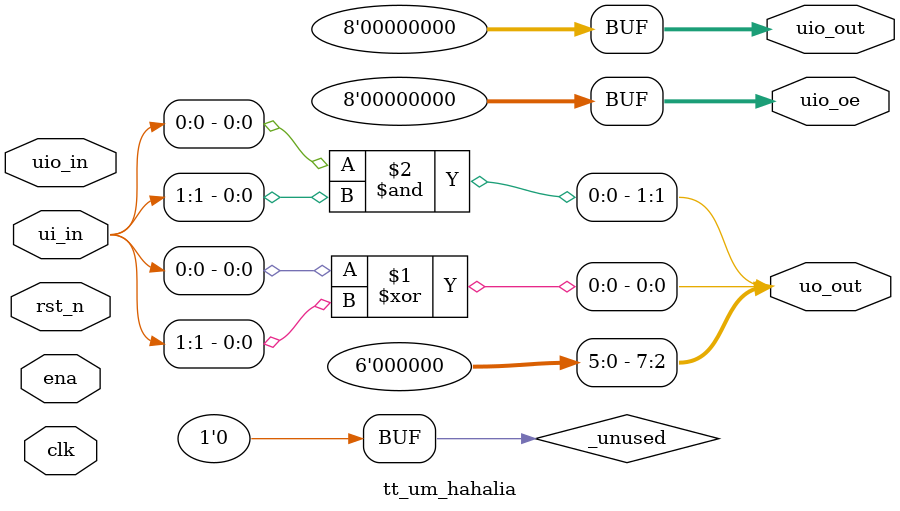
<source format=v>
/*
 * Copyright (c) 2024 Your Name
 * SPDX-License-Identifier: Apache-2.0
 */

`default_nettype none

module tt_um_hahalia (
    input  wire [7:0] ui_in,    // Dedicated inputs
    output wire [7:0] uo_out,   // Dedicated outputs
    input  wire [7:0] uio_in,   // IOs: Input path
    output wire [7:0] uio_out,  // IOs: Output path
    output wire [7:0] uio_oe,   // IOs: Enable path (active high: 0=input, 1=output)
    input  wire       ena,      // always 1 when the design is powered, so you can ignore it
    input  wire       clk,      // clock
    input  wire       rst_n     // reset_n - low to reset
);

  // All output pins must be assigned. If not used, assign to 0.
  // assign uo_out  = ui_in + uio_in;  // Example: ou_out is the sum of ui_in and uio_in
    assign uo_out[0] = ui_in[0] ^ ui_in[1];
    assign uo_out[1] = ui_in[0] & ui_in[1];
  assign uio_out = 0;
  assign uio_oe  = 0;
    assign uo_out[7:2] = 6'b0;

  // List all unused inputs to prevent warnings
  wire _unused = &{ena, clk, rst_n, 1'b0};

endmodule

</source>
